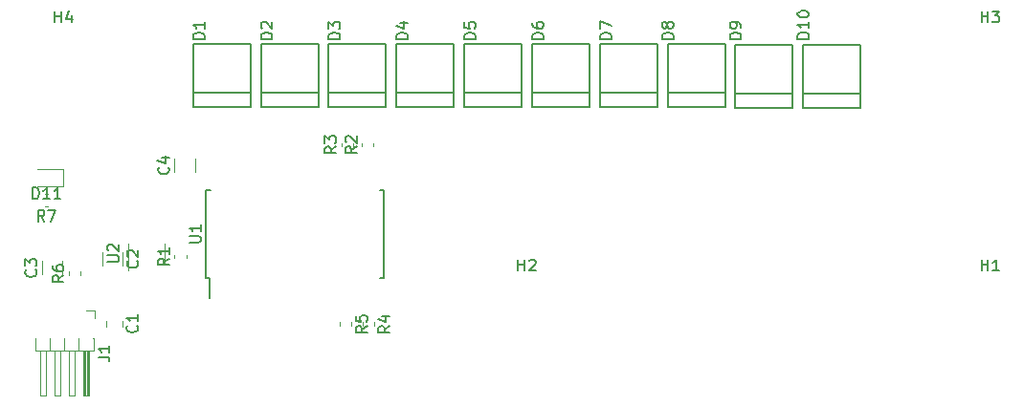
<source format=gto>
G04 #@! TF.GenerationSoftware,KiCad,Pcbnew,5.0.1*
G04 #@! TF.CreationDate,2019-01-16T19:15:50-05:00*
G04 #@! TF.ProjectId,fydp,667964702E6B696361645F7063620000,rev?*
G04 #@! TF.SameCoordinates,Original*
G04 #@! TF.FileFunction,Legend,Top*
G04 #@! TF.FilePolarity,Positive*
%FSLAX46Y46*%
G04 Gerber Fmt 4.6, Leading zero omitted, Abs format (unit mm)*
G04 Created by KiCad (PCBNEW 5.0.1) date Wed 16 Jan 2019 07:15:50 PM EST*
%MOMM*%
%LPD*%
G01*
G04 APERTURE LIST*
%ADD10C,0.150000*%
%ADD11C,0.120000*%
G04 APERTURE END LIST*
D10*
G04 #@! TO.C,U1*
X16625000Y-22875000D02*
X16900000Y-22875000D01*
X16625000Y-15125000D02*
X16990000Y-15125000D01*
X32375000Y-15125000D02*
X32010000Y-15125000D01*
X32375000Y-22875000D02*
X32010000Y-22875000D01*
X16625000Y-22875000D02*
X16625000Y-15125000D01*
X32375000Y-22875000D02*
X32375000Y-15125000D01*
X16900000Y-22875000D02*
X16900000Y-24700000D01*
D11*
G04 #@! TO.C,R3*
X28601471Y-11254303D02*
X28601471Y-10928745D01*
X29621471Y-11254303D02*
X29621471Y-10928745D01*
G04 #@! TO.C,R2*
X31437970Y-11254303D02*
X31437970Y-10928745D01*
X30417970Y-11254303D02*
X30417970Y-10928745D01*
G04 #@! TO.C,C3*
X3910000Y-22602064D02*
X3910000Y-21397936D01*
X2090000Y-22602064D02*
X2090000Y-21397936D01*
G04 #@! TO.C,R5*
X28490000Y-26837221D02*
X28490000Y-27162779D01*
X29510000Y-26837221D02*
X29510000Y-27162779D01*
G04 #@! TO.C,C1*
X9210000Y-26678922D02*
X9210000Y-27196078D01*
X7790000Y-26678922D02*
X7790000Y-27196078D01*
G04 #@! TO.C,C2*
X9266699Y-20612845D02*
X9266699Y-21816973D01*
X7446699Y-20612845D02*
X7446699Y-21816973D01*
G04 #@! TO.C,C4*
X13826025Y-13523625D02*
X13826025Y-12319497D01*
X15646025Y-13523625D02*
X15646025Y-12319497D01*
G04 #@! TO.C,D11*
X1700000Y-14735000D02*
X3985000Y-14735000D01*
X3985000Y-14735000D02*
X3985000Y-13265000D01*
X3985000Y-13265000D02*
X1700000Y-13265000D01*
G04 #@! TO.C,R4*
X31510000Y-26837221D02*
X31510000Y-27162779D01*
X30490000Y-26837221D02*
X30490000Y-27162779D01*
G04 #@! TO.C,R6*
X4490000Y-22662779D02*
X4490000Y-22337221D01*
X5510000Y-22662779D02*
X5510000Y-22337221D01*
G04 #@! TO.C,R7*
X2662779Y-15490000D02*
X2337221Y-15490000D01*
X2662779Y-16510000D02*
X2337221Y-16510000D01*
G04 #@! TO.C,R1*
X13846699Y-21165188D02*
X13846699Y-20839630D01*
X14866699Y-21165188D02*
X14866699Y-20839630D01*
D10*
G04 #@! TO.C,D4*
X38554000Y-2196000D02*
X38554000Y-6514000D01*
X33474000Y-2196000D02*
X38554000Y-2196000D01*
X33474000Y-6514000D02*
X33474000Y-2196000D01*
X33474000Y-6514000D02*
X33474000Y-7784000D01*
X38554000Y-6514000D02*
X33474000Y-6514000D01*
X38554000Y-7784000D02*
X38554000Y-6514000D01*
X33474000Y-7784000D02*
X38554000Y-7784000D01*
G04 #@! TO.C,D1*
X15474000Y-7784000D02*
X20554000Y-7784000D01*
X20554000Y-7784000D02*
X20554000Y-6514000D01*
X20554000Y-6514000D02*
X15474000Y-6514000D01*
X15474000Y-6514000D02*
X15474000Y-7784000D01*
X15474000Y-6514000D02*
X15474000Y-2196000D01*
X15474000Y-2196000D02*
X20554000Y-2196000D01*
X20554000Y-2196000D02*
X20554000Y-6514000D01*
D11*
G04 #@! TO.C,J1*
X6619677Y-28210000D02*
X6695000Y-28210000D01*
X6695000Y-28210000D02*
X6695000Y-29330000D01*
X6695000Y-29330000D02*
X1495000Y-29330000D01*
X1495000Y-29330000D02*
X1495000Y-28210000D01*
X1495000Y-28210000D02*
X1570323Y-28210000D01*
X6260000Y-29330000D02*
X6260000Y-33330000D01*
X6260000Y-33330000D02*
X5740000Y-33330000D01*
X5740000Y-33330000D02*
X5740000Y-29330000D01*
X6200000Y-29330000D02*
X6200000Y-33330000D01*
X6080000Y-29330000D02*
X6080000Y-33330000D01*
X5960000Y-29330000D02*
X5960000Y-33330000D01*
X5840000Y-29330000D02*
X5840000Y-33330000D01*
X5365000Y-28210000D02*
X5365000Y-29330000D01*
X5380323Y-28210000D02*
X5349677Y-28210000D01*
X4990000Y-29330000D02*
X4990000Y-33330000D01*
X4990000Y-33330000D02*
X4470000Y-33330000D01*
X4470000Y-33330000D02*
X4470000Y-29330000D01*
X4095000Y-28210000D02*
X4095000Y-29330000D01*
X4110323Y-28210000D02*
X4079677Y-28210000D01*
X3720000Y-29330000D02*
X3720000Y-33330000D01*
X3720000Y-33330000D02*
X3200000Y-33330000D01*
X3200000Y-33330000D02*
X3200000Y-29330000D01*
X2825000Y-28210000D02*
X2825000Y-29330000D01*
X2840323Y-28210000D02*
X2809677Y-28210000D01*
X2450000Y-29330000D02*
X2450000Y-33330000D01*
X2450000Y-33330000D02*
X1930000Y-33330000D01*
X1930000Y-33330000D02*
X1930000Y-29330000D01*
X6000000Y-25740000D02*
X6760000Y-25740000D01*
X6760000Y-25740000D02*
X6760000Y-26500000D01*
G04 #@! TO.C,U2*
X12966699Y-21614909D02*
X12966699Y-19814909D01*
X9746699Y-19814909D02*
X9746699Y-22264909D01*
D10*
G04 #@! TO.C,D10*
X74540000Y-2206000D02*
X74540000Y-6524000D01*
X69460000Y-2206000D02*
X74540000Y-2206000D01*
X69460000Y-6524000D02*
X69460000Y-2206000D01*
X69460000Y-6524000D02*
X69460000Y-7794000D01*
X74540000Y-6524000D02*
X69460000Y-6524000D01*
X74540000Y-7794000D02*
X74540000Y-6524000D01*
X69460000Y-7794000D02*
X74540000Y-7794000D01*
G04 #@! TO.C,D9*
X63460000Y-7794000D02*
X68540000Y-7794000D01*
X68540000Y-7794000D02*
X68540000Y-6524000D01*
X68540000Y-6524000D02*
X63460000Y-6524000D01*
X63460000Y-6524000D02*
X63460000Y-7794000D01*
X63460000Y-6524000D02*
X63460000Y-2206000D01*
X63460000Y-2206000D02*
X68540000Y-2206000D01*
X68540000Y-2206000D02*
X68540000Y-6524000D01*
G04 #@! TO.C,D8*
X62554000Y-2196000D02*
X62554000Y-6514000D01*
X57474000Y-2196000D02*
X62554000Y-2196000D01*
X57474000Y-6514000D02*
X57474000Y-2196000D01*
X57474000Y-6514000D02*
X57474000Y-7784000D01*
X62554000Y-6514000D02*
X57474000Y-6514000D01*
X62554000Y-7784000D02*
X62554000Y-6514000D01*
X57474000Y-7784000D02*
X62554000Y-7784000D01*
G04 #@! TO.C,D7*
X51474000Y-7784000D02*
X56554000Y-7784000D01*
X56554000Y-7784000D02*
X56554000Y-6514000D01*
X56554000Y-6514000D02*
X51474000Y-6514000D01*
X51474000Y-6514000D02*
X51474000Y-7784000D01*
X51474000Y-6514000D02*
X51474000Y-2196000D01*
X51474000Y-2196000D02*
X56554000Y-2196000D01*
X56554000Y-2196000D02*
X56554000Y-6514000D01*
G04 #@! TO.C,D6*
X50554000Y-2196000D02*
X50554000Y-6514000D01*
X45474000Y-2196000D02*
X50554000Y-2196000D01*
X45474000Y-6514000D02*
X45474000Y-2196000D01*
X45474000Y-6514000D02*
X45474000Y-7784000D01*
X50554000Y-6514000D02*
X45474000Y-6514000D01*
X50554000Y-7784000D02*
X50554000Y-6514000D01*
X45474000Y-7784000D02*
X50554000Y-7784000D01*
G04 #@! TO.C,D5*
X39474000Y-7784000D02*
X44554000Y-7784000D01*
X44554000Y-7784000D02*
X44554000Y-6514000D01*
X44554000Y-6514000D02*
X39474000Y-6514000D01*
X39474000Y-6514000D02*
X39474000Y-7784000D01*
X39474000Y-6514000D02*
X39474000Y-2196000D01*
X39474000Y-2196000D02*
X44554000Y-2196000D01*
X44554000Y-2196000D02*
X44554000Y-6514000D01*
G04 #@! TO.C,D3*
X27474000Y-7784000D02*
X32554000Y-7784000D01*
X32554000Y-7784000D02*
X32554000Y-6514000D01*
X32554000Y-6514000D02*
X27474000Y-6514000D01*
X27474000Y-6514000D02*
X27474000Y-7784000D01*
X27474000Y-6514000D02*
X27474000Y-2196000D01*
X27474000Y-2196000D02*
X32554000Y-2196000D01*
X32554000Y-2196000D02*
X32554000Y-6514000D01*
G04 #@! TO.C,D2*
X26554000Y-2196000D02*
X26554000Y-6514000D01*
X21474000Y-2196000D02*
X26554000Y-2196000D01*
X21474000Y-6514000D02*
X21474000Y-2196000D01*
X21474000Y-6514000D02*
X21474000Y-7784000D01*
X26554000Y-6514000D02*
X21474000Y-6514000D01*
X26554000Y-7784000D02*
X26554000Y-6514000D01*
X21474000Y-7784000D02*
X26554000Y-7784000D01*
G04 #@! TO.C,H4*
X3238095Y-252380D02*
X3238095Y747619D01*
X3238095Y271428D02*
X3809523Y271428D01*
X3809523Y-252380D02*
X3809523Y747619D01*
X4714285Y414285D02*
X4714285Y-252380D01*
X4476190Y795238D02*
X4238095Y80952D01*
X4857142Y80952D01*
G04 #@! TO.C,H3*
X85238095Y-252380D02*
X85238095Y747619D01*
X85238095Y271428D02*
X85809523Y271428D01*
X85809523Y-252380D02*
X85809523Y747619D01*
X86190476Y747619D02*
X86809523Y747619D01*
X86476190Y366666D01*
X86619047Y366666D01*
X86714285Y319047D01*
X86761904Y271428D01*
X86809523Y176190D01*
X86809523Y-61904D01*
X86761904Y-157142D01*
X86714285Y-204761D01*
X86619047Y-252380D01*
X86333333Y-252380D01*
X86238095Y-204761D01*
X86190476Y-157142D01*
G04 #@! TO.C,H2*
X44238095Y-22252380D02*
X44238095Y-21252380D01*
X44238095Y-21728571D02*
X44809523Y-21728571D01*
X44809523Y-22252380D02*
X44809523Y-21252380D01*
X45238095Y-21347619D02*
X45285714Y-21300000D01*
X45380952Y-21252380D01*
X45619047Y-21252380D01*
X45714285Y-21300000D01*
X45761904Y-21347619D01*
X45809523Y-21442857D01*
X45809523Y-21538095D01*
X45761904Y-21680952D01*
X45190476Y-22252380D01*
X45809523Y-22252380D01*
G04 #@! TO.C,H1*
X85238095Y-22252380D02*
X85238095Y-21252380D01*
X85238095Y-21728571D02*
X85809523Y-21728571D01*
X85809523Y-22252380D02*
X85809523Y-21252380D01*
X86809523Y-22252380D02*
X86238095Y-22252380D01*
X86523809Y-22252380D02*
X86523809Y-21252380D01*
X86428571Y-21395238D01*
X86333333Y-21490476D01*
X86238095Y-21538095D01*
G04 #@! TO.C,U1*
X15152380Y-19761904D02*
X15961904Y-19761904D01*
X16057142Y-19714285D01*
X16104761Y-19666666D01*
X16152380Y-19571428D01*
X16152380Y-19380952D01*
X16104761Y-19285714D01*
X16057142Y-19238095D01*
X15961904Y-19190476D01*
X15152380Y-19190476D01*
X16152380Y-18190476D02*
X16152380Y-18761904D01*
X16152380Y-18476190D02*
X15152380Y-18476190D01*
X15295238Y-18571428D01*
X15390476Y-18666666D01*
X15438095Y-18761904D01*
G04 #@! TO.C,R3*
X28133851Y-11258190D02*
X27657661Y-11591524D01*
X28133851Y-11829619D02*
X27133851Y-11829619D01*
X27133851Y-11448666D01*
X27181471Y-11353428D01*
X27229090Y-11305809D01*
X27324328Y-11258190D01*
X27467185Y-11258190D01*
X27562423Y-11305809D01*
X27610042Y-11353428D01*
X27657661Y-11448666D01*
X27657661Y-11829619D01*
X27133851Y-10924857D02*
X27133851Y-10305809D01*
X27514804Y-10639143D01*
X27514804Y-10496285D01*
X27562423Y-10401047D01*
X27610042Y-10353428D01*
X27705280Y-10305809D01*
X27943375Y-10305809D01*
X28038613Y-10353428D01*
X28086232Y-10401047D01*
X28133851Y-10496285D01*
X28133851Y-10782000D01*
X28086232Y-10877238D01*
X28038613Y-10924857D01*
G04 #@! TO.C,R2*
X29950350Y-11258190D02*
X29474160Y-11591524D01*
X29950350Y-11829619D02*
X28950350Y-11829619D01*
X28950350Y-11448666D01*
X28997970Y-11353428D01*
X29045589Y-11305809D01*
X29140827Y-11258190D01*
X29283684Y-11258190D01*
X29378922Y-11305809D01*
X29426541Y-11353428D01*
X29474160Y-11448666D01*
X29474160Y-11829619D01*
X29045589Y-10877238D02*
X28997970Y-10829619D01*
X28950350Y-10734381D01*
X28950350Y-10496285D01*
X28997970Y-10401047D01*
X29045589Y-10353428D01*
X29140827Y-10305809D01*
X29236065Y-10305809D01*
X29378922Y-10353428D01*
X29950350Y-10924857D01*
X29950350Y-10305809D01*
G04 #@! TO.C,C3*
X1537142Y-22166666D02*
X1584761Y-22214285D01*
X1632380Y-22357142D01*
X1632380Y-22452380D01*
X1584761Y-22595238D01*
X1489523Y-22690476D01*
X1394285Y-22738095D01*
X1203809Y-22785714D01*
X1060952Y-22785714D01*
X870476Y-22738095D01*
X775238Y-22690476D01*
X680000Y-22595238D01*
X632380Y-22452380D01*
X632380Y-22357142D01*
X680000Y-22214285D01*
X727619Y-22166666D01*
X632380Y-21833333D02*
X632380Y-21214285D01*
X1013333Y-21547619D01*
X1013333Y-21404761D01*
X1060952Y-21309523D01*
X1108571Y-21261904D01*
X1203809Y-21214285D01*
X1441904Y-21214285D01*
X1537142Y-21261904D01*
X1584761Y-21309523D01*
X1632380Y-21404761D01*
X1632380Y-21690476D01*
X1584761Y-21785714D01*
X1537142Y-21833333D01*
G04 #@! TO.C,R5*
X30882380Y-27166666D02*
X30406190Y-27500000D01*
X30882380Y-27738095D02*
X29882380Y-27738095D01*
X29882380Y-27357142D01*
X29930000Y-27261904D01*
X29977619Y-27214285D01*
X30072857Y-27166666D01*
X30215714Y-27166666D01*
X30310952Y-27214285D01*
X30358571Y-27261904D01*
X30406190Y-27357142D01*
X30406190Y-27738095D01*
X29882380Y-26261904D02*
X29882380Y-26738095D01*
X30358571Y-26785714D01*
X30310952Y-26738095D01*
X30263333Y-26642857D01*
X30263333Y-26404761D01*
X30310952Y-26309523D01*
X30358571Y-26261904D01*
X30453809Y-26214285D01*
X30691904Y-26214285D01*
X30787142Y-26261904D01*
X30834761Y-26309523D01*
X30882380Y-26404761D01*
X30882380Y-26642857D01*
X30834761Y-26738095D01*
X30787142Y-26785714D01*
G04 #@! TO.C,C1*
X10507142Y-27104166D02*
X10554761Y-27151785D01*
X10602380Y-27294642D01*
X10602380Y-27389880D01*
X10554761Y-27532738D01*
X10459523Y-27627976D01*
X10364285Y-27675595D01*
X10173809Y-27723214D01*
X10030952Y-27723214D01*
X9840476Y-27675595D01*
X9745238Y-27627976D01*
X9650000Y-27532738D01*
X9602380Y-27389880D01*
X9602380Y-27294642D01*
X9650000Y-27151785D01*
X9697619Y-27104166D01*
X10602380Y-26151785D02*
X10602380Y-26723214D01*
X10602380Y-26437500D02*
X9602380Y-26437500D01*
X9745238Y-26532738D01*
X9840476Y-26627976D01*
X9888095Y-26723214D01*
G04 #@! TO.C,C2*
X10533841Y-21381575D02*
X10581460Y-21429194D01*
X10629079Y-21572051D01*
X10629079Y-21667289D01*
X10581460Y-21810147D01*
X10486222Y-21905385D01*
X10390984Y-21953004D01*
X10200508Y-22000623D01*
X10057651Y-22000623D01*
X9867175Y-21953004D01*
X9771937Y-21905385D01*
X9676699Y-21810147D01*
X9629079Y-21667289D01*
X9629079Y-21572051D01*
X9676699Y-21429194D01*
X9724318Y-21381575D01*
X9724318Y-21000623D02*
X9676699Y-20953004D01*
X9629079Y-20857766D01*
X9629079Y-20619670D01*
X9676699Y-20524432D01*
X9724318Y-20476813D01*
X9819556Y-20429194D01*
X9914794Y-20429194D01*
X10057651Y-20476813D01*
X10629079Y-21048242D01*
X10629079Y-20429194D01*
G04 #@! TO.C,C4*
X13273167Y-13088227D02*
X13320786Y-13135846D01*
X13368405Y-13278703D01*
X13368405Y-13373941D01*
X13320786Y-13516799D01*
X13225548Y-13612037D01*
X13130310Y-13659656D01*
X12939834Y-13707275D01*
X12796977Y-13707275D01*
X12606501Y-13659656D01*
X12511263Y-13612037D01*
X12416025Y-13516799D01*
X12368405Y-13373941D01*
X12368405Y-13278703D01*
X12416025Y-13135846D01*
X12463644Y-13088227D01*
X12701739Y-12231084D02*
X13368405Y-12231084D01*
X12320786Y-12469180D02*
X13035072Y-12707275D01*
X13035072Y-12088227D01*
G04 #@! TO.C,D11*
X1285714Y-15882380D02*
X1285714Y-14882380D01*
X1523809Y-14882380D01*
X1666666Y-14930000D01*
X1761904Y-15025238D01*
X1809523Y-15120476D01*
X1857142Y-15310952D01*
X1857142Y-15453809D01*
X1809523Y-15644285D01*
X1761904Y-15739523D01*
X1666666Y-15834761D01*
X1523809Y-15882380D01*
X1285714Y-15882380D01*
X2809523Y-15882380D02*
X2238095Y-15882380D01*
X2523809Y-15882380D02*
X2523809Y-14882380D01*
X2428571Y-15025238D01*
X2333333Y-15120476D01*
X2238095Y-15168095D01*
X3761904Y-15882380D02*
X3190476Y-15882380D01*
X3476190Y-15882380D02*
X3476190Y-14882380D01*
X3380952Y-15025238D01*
X3285714Y-15120476D01*
X3190476Y-15168095D01*
G04 #@! TO.C,R4*
X32882380Y-27166666D02*
X32406190Y-27500000D01*
X32882380Y-27738095D02*
X31882380Y-27738095D01*
X31882380Y-27357142D01*
X31930000Y-27261904D01*
X31977619Y-27214285D01*
X32072857Y-27166666D01*
X32215714Y-27166666D01*
X32310952Y-27214285D01*
X32358571Y-27261904D01*
X32406190Y-27357142D01*
X32406190Y-27738095D01*
X32215714Y-26309523D02*
X32882380Y-26309523D01*
X31834761Y-26547619D02*
X32549047Y-26785714D01*
X32549047Y-26166666D01*
G04 #@! TO.C,R6*
X4022380Y-22666666D02*
X3546190Y-23000000D01*
X4022380Y-23238095D02*
X3022380Y-23238095D01*
X3022380Y-22857142D01*
X3070000Y-22761904D01*
X3117619Y-22714285D01*
X3212857Y-22666666D01*
X3355714Y-22666666D01*
X3450952Y-22714285D01*
X3498571Y-22761904D01*
X3546190Y-22857142D01*
X3546190Y-23238095D01*
X3022380Y-21809523D02*
X3022380Y-22000000D01*
X3070000Y-22095238D01*
X3117619Y-22142857D01*
X3260476Y-22238095D01*
X3450952Y-22285714D01*
X3831904Y-22285714D01*
X3927142Y-22238095D01*
X3974761Y-22190476D01*
X4022380Y-22095238D01*
X4022380Y-21904761D01*
X3974761Y-21809523D01*
X3927142Y-21761904D01*
X3831904Y-21714285D01*
X3593809Y-21714285D01*
X3498571Y-21761904D01*
X3450952Y-21809523D01*
X3403333Y-21904761D01*
X3403333Y-22095238D01*
X3450952Y-22190476D01*
X3498571Y-22238095D01*
X3593809Y-22285714D01*
G04 #@! TO.C,R7*
X2333333Y-17882380D02*
X2000000Y-17406190D01*
X1761904Y-17882380D02*
X1761904Y-16882380D01*
X2142857Y-16882380D01*
X2238095Y-16930000D01*
X2285714Y-16977619D01*
X2333333Y-17072857D01*
X2333333Y-17215714D01*
X2285714Y-17310952D01*
X2238095Y-17358571D01*
X2142857Y-17406190D01*
X1761904Y-17406190D01*
X2666666Y-16882380D02*
X3333333Y-16882380D01*
X2904761Y-17882380D01*
G04 #@! TO.C,R1*
X13379079Y-21169075D02*
X12902889Y-21502409D01*
X13379079Y-21740504D02*
X12379079Y-21740504D01*
X12379079Y-21359551D01*
X12426699Y-21264313D01*
X12474318Y-21216694D01*
X12569556Y-21169075D01*
X12712413Y-21169075D01*
X12807651Y-21216694D01*
X12855270Y-21264313D01*
X12902889Y-21359551D01*
X12902889Y-21740504D01*
X13379079Y-20216694D02*
X13379079Y-20788123D01*
X13379079Y-20502409D02*
X12379079Y-20502409D01*
X12521937Y-20597647D01*
X12617175Y-20692885D01*
X12664794Y-20788123D01*
G04 #@! TO.C,D4*
X34480380Y-1718095D02*
X33480380Y-1718095D01*
X33480380Y-1480000D01*
X33528000Y-1337142D01*
X33623238Y-1241904D01*
X33718476Y-1194285D01*
X33908952Y-1146666D01*
X34051809Y-1146666D01*
X34242285Y-1194285D01*
X34337523Y-1241904D01*
X34432761Y-1337142D01*
X34480380Y-1480000D01*
X34480380Y-1718095D01*
X33813714Y-289523D02*
X34480380Y-289523D01*
X33432761Y-527619D02*
X34147047Y-765714D01*
X34147047Y-146666D01*
G04 #@! TO.C,D1*
X16480380Y-1718095D02*
X15480380Y-1718095D01*
X15480380Y-1480000D01*
X15528000Y-1337142D01*
X15623238Y-1241904D01*
X15718476Y-1194285D01*
X15908952Y-1146666D01*
X16051809Y-1146666D01*
X16242285Y-1194285D01*
X16337523Y-1241904D01*
X16432761Y-1337142D01*
X16480380Y-1480000D01*
X16480380Y-1718095D01*
X16480380Y-194285D02*
X16480380Y-765714D01*
X16480380Y-480000D02*
X15480380Y-479999D01*
X15623238Y-575238D01*
X15718476Y-670476D01*
X15766095Y-765714D01*
G04 #@! TO.C,J1*
X7087380Y-29900833D02*
X7801666Y-29900833D01*
X7944523Y-29948452D01*
X8039761Y-30043690D01*
X8087380Y-30186547D01*
X8087380Y-30281785D01*
X8087380Y-28900833D02*
X8087380Y-29472261D01*
X8087380Y-29186547D02*
X7087380Y-29186547D01*
X7230238Y-29281785D01*
X7325476Y-29377023D01*
X7373095Y-29472261D01*
G04 #@! TO.C,U2*
X7909079Y-21476813D02*
X8718603Y-21476813D01*
X8813841Y-21429194D01*
X8861460Y-21381575D01*
X8909079Y-21286337D01*
X8909079Y-21095861D01*
X8861460Y-21000623D01*
X8813841Y-20953004D01*
X8718603Y-20905385D01*
X7909079Y-20905385D01*
X8004318Y-20476813D02*
X7956699Y-20429194D01*
X7909079Y-20333956D01*
X7909079Y-20095861D01*
X7956699Y-20000623D01*
X8004318Y-19953004D01*
X8099556Y-19905385D01*
X8194794Y-19905385D01*
X8337651Y-19953004D01*
X8909079Y-20524432D01*
X8909079Y-19905385D01*
G04 #@! TO.C,D10*
X69966380Y-1704285D02*
X68966380Y-1704285D01*
X68966380Y-1466190D01*
X69014000Y-1323333D01*
X69109238Y-1228095D01*
X69204476Y-1180476D01*
X69394952Y-1132857D01*
X69537809Y-1132857D01*
X69728285Y-1180476D01*
X69823523Y-1228095D01*
X69918761Y-1323333D01*
X69966380Y-1466190D01*
X69966380Y-1704285D01*
X69966380Y-180476D02*
X69966380Y-751904D01*
X69966380Y-466190D02*
X68966380Y-466190D01*
X69109238Y-561428D01*
X69204476Y-656666D01*
X69252095Y-751904D01*
X68966380Y438571D02*
X68966380Y533809D01*
X69014000Y629047D01*
X69061619Y676666D01*
X69156857Y724285D01*
X69347333Y771904D01*
X69585428Y771904D01*
X69775904Y724285D01*
X69871142Y676666D01*
X69918761Y629047D01*
X69966380Y533809D01*
X69966380Y438571D01*
X69918761Y343333D01*
X69871142Y295714D01*
X69775904Y248095D01*
X69585428Y200476D01*
X69347333Y200476D01*
X69156857Y248095D01*
X69061619Y295714D01*
X69014000Y343333D01*
X68966380Y438571D01*
G04 #@! TO.C,D9*
X63966380Y-1728095D02*
X62966380Y-1728095D01*
X62966380Y-1490000D01*
X63014000Y-1347142D01*
X63109238Y-1251904D01*
X63204476Y-1204285D01*
X63394952Y-1156666D01*
X63537809Y-1156666D01*
X63728285Y-1204285D01*
X63823523Y-1251904D01*
X63918761Y-1347142D01*
X63966380Y-1490000D01*
X63966380Y-1728095D01*
X63966380Y-680476D02*
X63966380Y-490000D01*
X63918761Y-394761D01*
X63871142Y-347142D01*
X63728285Y-251904D01*
X63537809Y-204285D01*
X63156857Y-204285D01*
X63061619Y-251904D01*
X63014000Y-299523D01*
X62966380Y-394761D01*
X62966380Y-585238D01*
X63014000Y-680476D01*
X63061619Y-728095D01*
X63156857Y-775714D01*
X63394952Y-775714D01*
X63490190Y-728095D01*
X63537809Y-680476D01*
X63585428Y-585238D01*
X63585428Y-394761D01*
X63537809Y-299523D01*
X63490190Y-251904D01*
X63394952Y-204285D01*
G04 #@! TO.C,D8*
X57980380Y-1718095D02*
X56980380Y-1718095D01*
X56980380Y-1480000D01*
X57028000Y-1337142D01*
X57123238Y-1241904D01*
X57218476Y-1194285D01*
X57408952Y-1146666D01*
X57551809Y-1146666D01*
X57742285Y-1194285D01*
X57837523Y-1241904D01*
X57932761Y-1337142D01*
X57980380Y-1480000D01*
X57980380Y-1718095D01*
X57408952Y-575238D02*
X57361333Y-670476D01*
X57313714Y-718095D01*
X57218476Y-765714D01*
X57170857Y-765714D01*
X57075619Y-718095D01*
X57028000Y-670476D01*
X56980380Y-575238D01*
X56980380Y-384761D01*
X57028000Y-289523D01*
X57075619Y-241904D01*
X57170857Y-194285D01*
X57218476Y-194285D01*
X57313714Y-241904D01*
X57361333Y-289523D01*
X57408952Y-384761D01*
X57408952Y-575238D01*
X57456571Y-670476D01*
X57504190Y-718095D01*
X57599428Y-765714D01*
X57789904Y-765714D01*
X57885142Y-718095D01*
X57932761Y-670476D01*
X57980380Y-575238D01*
X57980380Y-384761D01*
X57932761Y-289523D01*
X57885142Y-241904D01*
X57789904Y-194285D01*
X57599428Y-194285D01*
X57504190Y-241904D01*
X57456571Y-289523D01*
X57408952Y-384761D01*
G04 #@! TO.C,D7*
X52480380Y-1718095D02*
X51480380Y-1718095D01*
X51480380Y-1480000D01*
X51528000Y-1337142D01*
X51623238Y-1241904D01*
X51718476Y-1194285D01*
X51908952Y-1146666D01*
X52051809Y-1146666D01*
X52242285Y-1194285D01*
X52337523Y-1241904D01*
X52432761Y-1337142D01*
X52480380Y-1480000D01*
X52480380Y-1718095D01*
X51480380Y-813333D02*
X51480380Y-146666D01*
X52480380Y-575238D01*
G04 #@! TO.C,D6*
X46480380Y-1718095D02*
X45480380Y-1718095D01*
X45480380Y-1480000D01*
X45528000Y-1337142D01*
X45623238Y-1241904D01*
X45718476Y-1194285D01*
X45908952Y-1146666D01*
X46051809Y-1146666D01*
X46242285Y-1194285D01*
X46337523Y-1241904D01*
X46432761Y-1337142D01*
X46480380Y-1480000D01*
X46480380Y-1718095D01*
X45480380Y-289523D02*
X45480380Y-479999D01*
X45528000Y-575238D01*
X45575619Y-622857D01*
X45718476Y-718095D01*
X45908952Y-765714D01*
X46289904Y-765714D01*
X46385142Y-718095D01*
X46432761Y-670476D01*
X46480380Y-575238D01*
X46480380Y-384761D01*
X46432761Y-289523D01*
X46385142Y-241904D01*
X46289904Y-194285D01*
X46051809Y-194285D01*
X45956571Y-241904D01*
X45908952Y-289523D01*
X45861333Y-384761D01*
X45861333Y-575238D01*
X45908952Y-670476D01*
X45956571Y-718095D01*
X46051809Y-765714D01*
G04 #@! TO.C,D5*
X40480380Y-1718095D02*
X39480380Y-1718095D01*
X39480380Y-1480000D01*
X39528000Y-1337142D01*
X39623238Y-1241904D01*
X39718476Y-1194285D01*
X39908952Y-1146666D01*
X40051809Y-1146666D01*
X40242285Y-1194285D01*
X40337523Y-1241904D01*
X40432761Y-1337142D01*
X40480380Y-1480000D01*
X40480380Y-1718095D01*
X39480380Y-241904D02*
X39480380Y-718095D01*
X39956571Y-765714D01*
X39908952Y-718095D01*
X39861333Y-622857D01*
X39861333Y-384761D01*
X39908952Y-289523D01*
X39956571Y-241904D01*
X40051809Y-194285D01*
X40289904Y-194285D01*
X40385142Y-241904D01*
X40432761Y-289523D01*
X40480380Y-384761D01*
X40480380Y-622857D01*
X40432761Y-718095D01*
X40385142Y-765714D01*
G04 #@! TO.C,D3*
X28480380Y-1718095D02*
X27480380Y-1718095D01*
X27480380Y-1480000D01*
X27528000Y-1337142D01*
X27623238Y-1241904D01*
X27718476Y-1194285D01*
X27908952Y-1146666D01*
X28051809Y-1146666D01*
X28242285Y-1194285D01*
X28337523Y-1241904D01*
X28432761Y-1337142D01*
X28480380Y-1480000D01*
X28480380Y-1718095D01*
X27480380Y-813333D02*
X27480380Y-194285D01*
X27861333Y-527619D01*
X27861333Y-384761D01*
X27908952Y-289523D01*
X27956571Y-241904D01*
X28051809Y-194285D01*
X28289904Y-194285D01*
X28385142Y-241904D01*
X28432761Y-289523D01*
X28480380Y-384761D01*
X28480380Y-670476D01*
X28432761Y-765714D01*
X28385142Y-813333D01*
G04 #@! TO.C,D2*
X22480380Y-1718095D02*
X21480380Y-1718095D01*
X21480380Y-1480000D01*
X21528000Y-1337142D01*
X21623238Y-1241904D01*
X21718476Y-1194285D01*
X21908952Y-1146666D01*
X22051809Y-1146666D01*
X22242285Y-1194285D01*
X22337523Y-1241904D01*
X22432761Y-1337142D01*
X22480380Y-1480000D01*
X22480380Y-1718095D01*
X21575619Y-765714D02*
X21528000Y-718095D01*
X21480380Y-622857D01*
X21480380Y-384761D01*
X21528000Y-289523D01*
X21575619Y-241904D01*
X21670857Y-194285D01*
X21766095Y-194285D01*
X21908952Y-241904D01*
X22480380Y-813333D01*
X22480380Y-194285D01*
G04 #@! TD*
M02*

</source>
